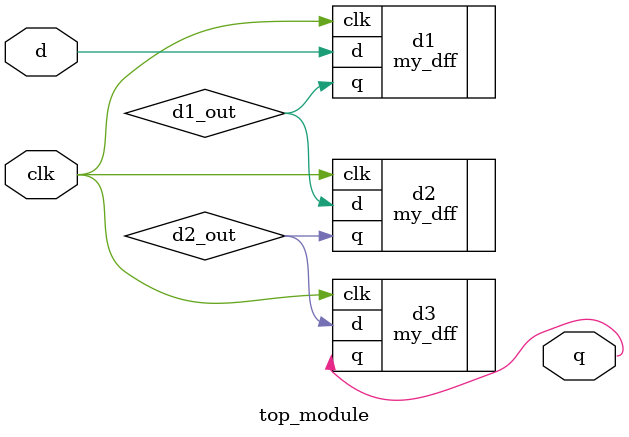
<source format=v>
module top_module ( input clk, input d, output q );
    wire d1_out, d2_out;
    
    my_dff d1 (.clk(clk), .d(d), .q(d1_out));
    my_dff d2 (.clk(clk), .d(d1_out), .q(d2_out));
    my_dff d3 (.clk(clk), .d(d2_out), .q(q));

endmodule
</source>
